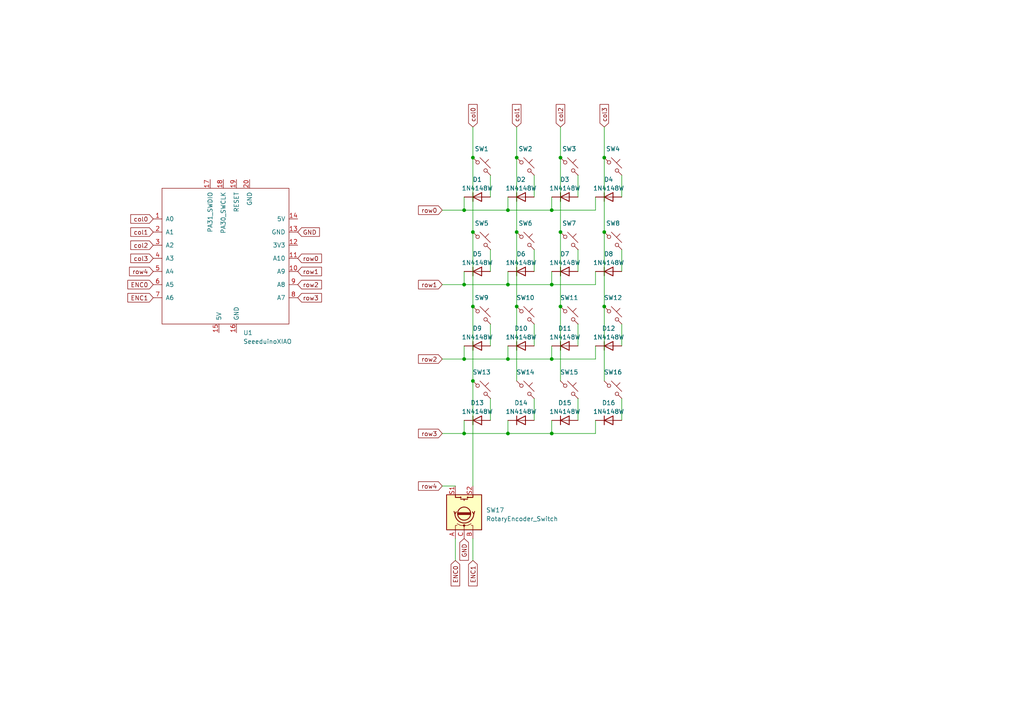
<source format=kicad_sch>
(kicad_sch (version 20230121) (generator eeschema)
  (paper "A4")
  (lib_symbols
    (symbol "Device:RotaryEncoder_Switch" (pin_names (offset 0.254) hide)
      (property "Reference" "SW" (at 0 6.604 0))
      (property "Value" "RotaryEncoder_Switch" (at 0 -6.604 0))
      (symbol "RotaryEncoder_Switch_0_1"
        (rectangle (start -5.08 5.08) (end 5.08 -5.08) (stroke (width 0.254)) (fill (type background)))
        (circle (center -3.81 0) (radius 0.254) (fill (type outline)))
        (circle (center -0.381 0) (radius 1.905) (stroke (width 0.254)))
        (arc (start -0.381 2.667) (mid -3.0988 -0.0635) (end -0.381 -2.794) (stroke (width 0.254)))
        (polyline (pts (xy -0.635 -1.778) (xy -0.635 1.778)) (stroke (width 0.254)))
        (polyline (pts (xy -0.381 -1.778) (xy -0.381 1.778)) (stroke (width 0.254)))
        (polyline (pts (xy -0.127 1.778) (xy -0.127 -1.778)) (stroke (width 0.254)))
        (polyline (pts (xy 3.81 0) (xy 3.429 0)) (stroke (width 0.254)))
        (polyline (pts (xy 3.81 1.016) (xy 3.81 -1.016)) (stroke (width 0.254)))
        (polyline (pts (xy -5.08 -2.54) (xy -3.81 -2.54) (xy -3.81 -2.032)))
        (polyline (pts (xy -5.08 2.54) (xy -3.81 2.54) (xy -3.81 2.032)))
        (polyline (pts (xy 0.254 -3.048) (xy -0.508 -2.794) (xy 0.127 -2.413)) (stroke (width 0.254)))
        (polyline (pts (xy 0.254 2.921) (xy -0.508 2.667) (xy 0.127 2.286)) (stroke (width 0.254)))
        (polyline (pts (xy 5.08 -2.54) (xy 4.318 -2.54) (xy 4.318 -1.016)) (stroke (width 0.254)))
        (polyline (pts (xy 5.08 2.54) (xy 4.318 2.54) (xy 4.318 1.016)) (stroke (width 0.254)))
        (polyline (pts (xy -5.08 0) (xy -3.81 0) (xy -3.81 -1.016) (xy -3.302 -2.032)))
        (polyline (pts (xy -4.318 0) (xy -3.81 0) (xy -3.81 1.016) (xy -3.302 2.032)))
        (circle (center 4.318 -1.016) (radius 0.127) (stroke (width 0.254)))
        (circle (center 4.318 1.016) (radius 0.127) (stroke (width 0.254)))
      )
      (symbol "RotaryEncoder_Switch_1_1"
        (pin passive line (at -7.62 2.54 0) (length 2.54) (name "A") (number "A"))
        (pin passive line (at -7.62 -2.54 0) (length 2.54) (name "B") (number "B"))
        (pin passive line (at -7.62 0 0) (length 2.54) (name "C") (number "C"))
        (pin passive line (at 7.62 2.54 180) (length 2.54) (name "S1") (number "S1"))
        (pin passive line (at 7.62 -2.54 180) (length 2.54) (name "S2") (number "S2"))
      )
    )
    (symbol "Diode:1N4148W" (pin_numbers hide) (pin_names hide)
      (property "Reference" "D" (at 0 2.54 0))
      (property "Value" "1N4148W" (at 0 -2.54 0))
      (symbol "1N4148W_0_1"
        (polyline (pts (xy -1.27 1.27) (xy -1.27 -1.27)) (stroke (width 0.254)))
        (polyline (pts (xy 1.27 0) (xy -1.27 0)))
        (polyline (pts (xy 1.27 1.27) (xy 1.27 -1.27) (xy -1.27 0) (xy 1.27 1.27)) (stroke (width 0.254)))
      )
      (symbol "1N4148W_1_1"
        (pin passive line (at -3.81 0 0) (length 2.54) (name "K") (number "1"))
        (pin passive line (at 3.81 0 180) (length 2.54) (name "A") (number "2"))
      )
    )
    (symbol "Seeeduino XIAO:SeeeduinoXIAO" (pin_names (offset 1.016))
      (property "Reference" "U1" (at 4.4959 -21.59 0))
      (property "Value" "SeeeduinoXIAO" (at 4.4959 -24.13 0))
      (symbol "SeeeduinoXIAO_0_1"
        (rectangle (start -19.05 20.32) (end 17.78 -19.05))
      )
      (symbol "SeeeduinoXIAO_1_1"
        (pin unspecified line (at -21.59 11.43 0) (length 2.54) (name "A0") (number "1"))
        (pin unspecified line (at 20.32 -3.81 180) (length 2.54) (name "A9") (number "10"))
        (pin unspecified line (at 20.32 0 180) (length 2.54) (name "A10") (number "11"))
        (pin unspecified line (at 20.32 3.81 180) (length 2.54) (name "3V3") (number "12"))
        (pin unspecified line (at 20.32 7.62 180) (length 2.54) (name "GND") (number "13"))
        (pin unspecified line (at 20.32 11.43 180) (length 2.54) (name "5V") (number "14"))
        (pin input line (at -2.54 -21.59 90) (length 2.54) (name "5V") (number "15"))
        (pin input line (at 2.54 -21.59 90) (length 2.54) (name "GND") (number "16"))
        (pin input line (at -5.08 22.86 270) (length 2.54) (name "PA31_SWDIO") (number "17"))
        (pin input line (at -1.27 22.86 270) (length 2.54) (name "PA30_SWCLK") (number "18"))
        (pin input line (at 2.54 22.86 270) (length 2.54) (name "RESET") (number "19"))
        (pin unspecified line (at -21.59 7.62 0) (length 2.54) (name "A1") (number "2"))
        (pin input line (at 6.35 22.86 270) (length 2.54) (name "GND") (number "20"))
        (pin unspecified line (at -21.59 3.81 0) (length 2.54) (name "A2") (number "3"))
        (pin unspecified line (at -21.59 0 0) (length 2.54) (name "A3") (number "4"))
        (pin unspecified line (at -21.59 -3.81 0) (length 2.54) (name "A4") (number "5"))
        (pin unspecified line (at -21.59 -7.62 0) (length 2.54) (name "A5") (number "6"))
        (pin unspecified line (at -21.59 -11.43 0) (length 2.54) (name "A6") (number "7"))
        (pin unspecified line (at 20.32 -11.43 180) (length 2.54) (name "A7") (number "8"))
        (pin unspecified line (at 20.32 -7.62 180) (length 2.54) (name "A8") (number "9"))
      )
    )
    (symbol "marbastlib-mx:MX_SW_solder" (pin_numbers hide) (pin_names (offset 1.016) hide)
      (property "Reference" "SW" (at 3.048 1.016 0))
      (property "Value" "MX_SW_solder" (at 0 -3.81 0))
      (symbol "MX_SW_solder_0_1"
        (circle (center -1.1684 1.1684) (radius 0.508))
        (polyline (pts (xy -0.508 2.54) (xy 2.54 -0.508)))
        (polyline (pts (xy 1.016 1.016) (xy 2.032 2.032)))
        (polyline (pts (xy -2.54 2.54) (xy -1.524 1.524) (xy -1.524 1.524)))
        (polyline (pts (xy 1.524 -1.524) (xy 2.54 -2.54) (xy 2.54 -2.54) (xy 2.54 -2.54)))
        (circle (center 1.143 -1.1938) (radius 0.508))
        (pin passive line (at -2.54 2.54 0) (length 0) (name "1") (number "1"))
        (pin passive line (at 2.54 -2.54 180) (length 0) (name "2") (number "2"))
      )
    )
  )
  (junction (at 147.32 82.55))
  (junction (at 137.16 67.31))
  (junction (at 134.62 60.96))
  (junction (at 147.32 60.96))
  (junction (at 160.02 125.73))
  (junction (at 137.16 110.49))
  (junction (at 160.02 104.14))
  (junction (at 149.86 67.31))
  (junction (at 175.26 67.31))
  (junction (at 137.16 88.9))
  (junction (at 162.56 45.72))
  (junction (at 134.62 125.73))
  (junction (at 134.62 104.14))
  (junction (at 162.56 88.9))
  (junction (at 149.86 45.72))
  (junction (at 175.26 88.9))
  (junction (at 149.86 88.9))
  (junction (at 147.32 104.14))
  (junction (at 175.26 45.72))
  (junction (at 160.02 60.96))
  (junction (at 134.62 82.55))
  (junction (at 147.32 125.73))
  (junction (at 137.16 45.72))
  (junction (at 160.02 82.55))
  (junction (at 162.56 67.31))
  (wire (pts (xy 160.02 125.73) (xy 172.72 125.73)))
  (wire (pts (xy 160.02 104.14) (xy 172.72 104.14)))
  (wire (pts (xy 160.02 60.96) (xy 160.02 57.15)))
  (wire (pts (xy 175.26 36.83) (xy 175.26 45.72)))
  (wire (pts (xy 167.64 115.57) (xy 167.64 121.92)))
  (wire (pts (xy 154.94 115.57) (xy 154.94 121.92)))
  (wire (pts (xy 180.34 72.39) (xy 180.34 78.74)))
  (wire (pts (xy 147.32 82.55) (xy 160.02 82.55)))
  (wire (pts (xy 160.02 82.55) (xy 160.02 78.74)))
  (wire (pts (xy 175.26 45.72) (xy 175.26 67.31)))
  (wire (pts (xy 147.32 78.74) (xy 147.32 82.55)))
  (wire (pts (xy 142.24 93.98) (xy 142.24 100.33)))
  (wire (pts (xy 134.62 100.33) (xy 134.62 104.14)))
  (wire (pts (xy 154.94 50.8) (xy 154.94 57.15)))
  (wire (pts (xy 142.24 72.39) (xy 142.24 78.74)))
  (wire (pts (xy 162.56 36.83) (xy 162.56 45.72)))
  (wire (pts (xy 147.32 125.73) (xy 160.02 125.73)))
  (wire (pts (xy 128.27 104.14) (xy 134.62 104.14)))
  (wire (pts (xy 137.16 110.49) (xy 137.16 140.97)))
  (wire (pts (xy 128.27 82.55) (xy 134.62 82.55)))
  (wire (pts (xy 160.02 82.55) (xy 172.72 82.55)))
  (wire (pts (xy 137.16 88.9) (xy 137.16 110.49)))
  (wire (pts (xy 137.16 36.83) (xy 137.16 45.72)))
  (wire (pts (xy 172.72 60.96) (xy 172.72 57.15)))
  (wire (pts (xy 154.94 93.98) (xy 154.94 100.33)))
  (wire (pts (xy 180.34 50.8) (xy 180.34 57.15)))
  (wire (pts (xy 134.62 104.14) (xy 147.32 104.14)))
  (wire (pts (xy 147.32 100.33) (xy 147.32 104.14)))
  (wire (pts (xy 167.64 50.8) (xy 167.64 57.15)))
  (wire (pts (xy 149.86 45.72) (xy 149.86 67.31)))
  (wire (pts (xy 137.16 156.21) (xy 137.16 162.56)))
  (wire (pts (xy 134.62 60.96) (xy 147.32 60.96)))
  (wire (pts (xy 149.86 88.9) (xy 149.86 110.49)))
  (wire (pts (xy 162.56 67.31) (xy 162.56 88.9)))
  (wire (pts (xy 167.64 93.98) (xy 167.64 100.33)))
  (wire (pts (xy 134.62 82.55) (xy 147.32 82.55)))
  (wire (pts (xy 128.27 125.73) (xy 134.62 125.73)))
  (wire (pts (xy 149.86 36.83) (xy 149.86 45.72)))
  (wire (pts (xy 134.62 125.73) (xy 147.32 125.73)))
  (wire (pts (xy 160.02 125.73) (xy 160.02 121.92)))
  (wire (pts (xy 128.27 60.96) (xy 134.62 60.96)))
  (wire (pts (xy 160.02 104.14) (xy 160.02 100.33)))
  (wire (pts (xy 142.24 50.8) (xy 142.24 57.15)))
  (wire (pts (xy 132.08 156.21) (xy 132.08 162.56)))
  (wire (pts (xy 137.16 45.72) (xy 137.16 67.31)))
  (wire (pts (xy 134.62 78.74) (xy 134.62 82.55)))
  (wire (pts (xy 147.32 104.14) (xy 160.02 104.14)))
  (wire (pts (xy 175.26 67.31) (xy 175.26 88.9)))
  (wire (pts (xy 147.32 121.92) (xy 147.32 125.73)))
  (wire (pts (xy 137.16 67.31) (xy 137.16 88.9)))
  (wire (pts (xy 149.86 67.31) (xy 149.86 88.9)))
  (wire (pts (xy 172.72 82.55) (xy 172.72 78.74)))
  (wire (pts (xy 147.32 57.15) (xy 147.32 60.96)))
  (wire (pts (xy 162.56 88.9) (xy 162.56 110.49)))
  (wire (pts (xy 180.34 93.98) (xy 180.34 100.33)))
  (wire (pts (xy 128.27 140.97) (xy 132.08 140.97)))
  (wire (pts (xy 175.26 88.9) (xy 175.26 110.49)))
  (wire (pts (xy 167.64 72.39) (xy 167.64 78.74)))
  (wire (pts (xy 160.02 60.96) (xy 172.72 60.96)))
  (wire (pts (xy 147.32 60.96) (xy 160.02 60.96)))
  (wire (pts (xy 142.24 115.57) (xy 142.24 121.92)))
  (wire (pts (xy 180.34 115.57) (xy 180.34 121.92)))
  (wire (pts (xy 134.62 121.92) (xy 134.62 125.73)))
  (wire (pts (xy 154.94 72.39) (xy 154.94 78.74)))
  (wire (pts (xy 134.62 60.96) (xy 134.62 57.15)))
  (wire (pts (xy 172.72 104.14) (xy 172.72 100.33)))
  (wire (pts (xy 162.56 45.72) (xy 162.56 67.31)))
  (wire (pts (xy 172.72 125.73) (xy 172.72 121.92)))
  (global_label "row1" (shape input) (at 86.36 78.74 0) (property "Intersheetrefs" "${INTERSHEET_REFS}" (effects hide)))
  (global_label "row4" (shape input) (at 128.27 140.97 180) (property "Intersheetrefs" "${INTERSHEET_REFS}" (effects hide)))
  (global_label "col1" (shape input) (at 149.86 36.83 90) (property "Intersheetrefs" "${INTERSHEET_REFS}" (effects hide)))
  (global_label "ENC0" (shape input) (at 44.45 82.55 180) (property "Intersheetrefs" "${INTERSHEET_REFS}" (effects hide)))
  (global_label "ENC0" (shape input) (at 132.08 162.56 270) (property "Intersheetrefs" "${INTERSHEET_REFS}" (effects hide)))
  (global_label "GND" (shape input) (at 86.36 67.31 0) (property "Intersheetrefs" "${INTERSHEET_REFS}" (effects hide)))
  (global_label "col3" (shape input) (at 175.26 36.83 90) (property "Intersheetrefs" "${INTERSHEET_REFS}" (effects hide)))
  (global_label "ENC1" (shape input) (at 137.16 162.56 270) (property "Intersheetrefs" "${INTERSHEET_REFS}" (effects hide)))
  (global_label "col0" (shape input) (at 44.45 63.5 180) (property "Intersheetrefs" "${INTERSHEET_REFS}" (effects hide)))
  (global_label "row3" (shape input) (at 86.36 86.36 0) (property "Intersheetrefs" "${INTERSHEET_REFS}" (effects hide)))
  (global_label "col1" (shape input) (at 44.45 67.31 180) (property "Intersheetrefs" "${INTERSHEET_REFS}" (effects hide)))
  (global_label "col2" (shape input) (at 162.56 36.83 90) (property "Intersheetrefs" "${INTERSHEET_REFS}" (effects hide)))
  (global_label "row4" (shape input) (at 44.45 78.74 180) (property "Intersheetrefs" "${INTERSHEET_REFS}" (effects hide)))
  (global_label "col3" (shape input) (at 44.45 74.93 180) (property "Intersheetrefs" "${INTERSHEET_REFS}" (effects hide)))
  (global_label "col2" (shape input) (at 44.45 71.12 180) (property "Intersheetrefs" "${INTERSHEET_REFS}" (effects hide)))
  (global_label "row3" (shape input) (at 128.27 125.73 180) (property "Intersheetrefs" "${INTERSHEET_REFS}" (effects hide)))
  (global_label "row0" (shape input) (at 86.36 74.93 0) (property "Intersheetrefs" "${INTERSHEET_REFS}" (effects hide)))
  (global_label "GND" (shape input) (at 134.62 156.21 270) (property "Intersheetrefs" "${INTERSHEET_REFS}" (effects hide)))
  (global_label "row0" (shape input) (at 128.27 60.96 180) (property "Intersheetrefs" "${INTERSHEET_REFS}" (effects hide)))
  (global_label "row2" (shape input) (at 128.27 104.14 180) (property "Intersheetrefs" "${INTERSHEET_REFS}" (effects hide)))
  (global_label "row2" (shape input) (at 86.36 82.55 0) (property "Intersheetrefs" "${INTERSHEET_REFS}" (effects hide)))
  (global_label "col0" (shape input) (at 137.16 36.83 90) (property "Intersheetrefs" "${INTERSHEET_REFS}" (effects hide)))
  (global_label "row1" (shape input) (at 128.27 82.55 180) (property "Intersheetrefs" "${INTERSHEET_REFS}" (effects hide)))
  (global_label "ENC1" (shape input) (at 44.45 86.36 180) (property "Intersheetrefs" "${INTERSHEET_REFS}" (effects hide)))
  (symbol (lib_id "Diode:1N4148W") (at 163.83 121.92 0) (unit 1)
    (property "Reference" "D15" (at 163.83 116.84 0))
    (property "Value" "1N4148W" (at 163.83 119.38 0))
    (property "Footprint" "TK44:D_SOD-123" (effects hide))
    (property "Datasheet" "https://www.vishay.com/docs/85748/1n4148w.pdf" (effects hide))
    (property "Sim.Device" "D" (effects hide))
    (property "Sim.Pins" "1=K 2=A" (effects hide))
  )
  (symbol (lib_id "marbastlib-mx:MX_SW_solder") (at 152.4 113.03 0) (unit 1)
    (property "Reference" "SW14" (at 152.4 107.95 0))
    (property "Value" "MX" (effects hide))
    (property "Footprint" "Keebio-Parts.pretty-master:MX-Alps-Choc-1U-NoLED-Alt" (effects hide))
  )
  (symbol (lib_id "Diode:1N4148W") (at 138.43 100.33 0) (unit 1)
    (property "Reference" "D9" (at 138.43 95.25 0))
    (property "Value" "1N4148W" (at 138.43 97.79 0))
    (property "Footprint" "TK44:D_SOD-123" (effects hide))
    (property "Datasheet" "https://www.vishay.com/docs/85748/1n4148w.pdf" (effects hide))
    (property "Sim.Device" "D" (effects hide))
    (property "Sim.Pins" "1=K 2=A" (effects hide))
  )
  (symbol (lib_id "marbastlib-mx:MX_SW_solder") (at 165.1 91.44 0) (unit 1)
    (property "Reference" "SW11" (at 165.1 86.36 0))
    (property "Value" "MX" (effects hide))
    (property "Footprint" "Keebio-Parts.pretty-master:MX-Alps-Choc-1U-NoLED-Alt" (effects hide))
  )
  (symbol (lib_id "Device:RotaryEncoder_Switch") (at 134.62 148.59 90) (unit 1)
    (property "Reference" "SW17" (at 140.97 147.955 90) (effects (justify right)))
    (property "Value" "RotaryEncoder_Switch" (at 140.97 150.495 90) (effects (justify right)))
    (property "Footprint" "Keebio-Parts.pretty-master:RotaryEncoder_EC11" (effects hide))
  )
  (symbol (lib_id "Diode:1N4148W") (at 151.13 78.74 0) (unit 1)
    (property "Reference" "D6" (at 151.13 73.66 0))
    (property "Value" "1N4148W" (at 151.13 76.2 0))
    (property "Footprint" "TK44:D_SOD-123" (effects hide))
    (property "Datasheet" "https://www.vishay.com/docs/85748/1n4148w.pdf" (effects hide))
    (property "Sim.Device" "D" (effects hide))
    (property "Sim.Pins" "1=K 2=A" (effects hide))
  )
  (symbol (lib_id "marbastlib-mx:MX_SW_solder") (at 152.4 69.85 0) (unit 1)
    (property "Reference" "SW6" (at 152.4 64.77 0))
    (property "Value" "MX" (effects hide))
    (property "Footprint" "Keebio-Parts.pretty-master:MX-Alps-Choc-1U-NoLED-Alt" (effects hide))
  )
  (symbol (lib_id "Diode:1N4148W") (at 151.13 100.33 0) (unit 1)
    (property "Reference" "D10" (at 151.13 95.25 0))
    (property "Value" "1N4148W" (at 151.13 97.79 0))
    (property "Footprint" "TK44:D_SOD-123" (effects hide))
    (property "Datasheet" "https://www.vishay.com/docs/85748/1n4148w.pdf" (effects hide))
    (property "Sim.Device" "D" (effects hide))
    (property "Sim.Pins" "1=K 2=A" (effects hide))
  )
  (symbol (lib_id "Diode:1N4148W") (at 176.53 57.15 0) (unit 1)
    (property "Reference" "D4" (at 176.53 52.07 0))
    (property "Value" "1N4148W" (at 176.53 54.61 0))
    (property "Footprint" "TK44:D_SOD-123" (effects hide))
    (property "Datasheet" "https://www.vishay.com/docs/85748/1n4148w.pdf" (effects hide))
    (property "Sim.Device" "D" (effects hide))
    (property "Sim.Pins" "1=K 2=A" (effects hide))
  )
  (symbol (lib_id "Diode:1N4148W") (at 176.53 100.33 0) (unit 1)
    (property "Reference" "D12" (at 176.53 95.25 0))
    (property "Value" "1N4148W" (at 176.53 97.79 0))
    (property "Footprint" "TK44:D_SOD-123" (effects hide))
    (property "Datasheet" "https://www.vishay.com/docs/85748/1n4148w.pdf" (effects hide))
    (property "Sim.Device" "D" (effects hide))
    (property "Sim.Pins" "1=K 2=A" (effects hide))
  )
  (symbol (lib_id "marbastlib-mx:MX_SW_solder") (at 177.8 113.03 0) (unit 1)
    (property "Reference" "SW16" (at 177.8 107.95 0))
    (property "Value" "MX" (effects hide))
    (property "Footprint" "Keebio-Parts.pretty-master:MX-Alps-Choc-1U-NoLED-Alt" (effects hide))
  )
  (symbol (lib_id "Diode:1N4148W") (at 176.53 78.74 0) (unit 1)
    (property "Reference" "D8" (at 176.53 73.66 0))
    (property "Value" "1N4148W" (at 176.53 76.2 0))
    (property "Footprint" "TK44:D_SOD-123" (effects hide))
    (property "Datasheet" "https://www.vishay.com/docs/85748/1n4148w.pdf" (effects hide))
    (property "Sim.Device" "D" (effects hide))
    (property "Sim.Pins" "1=K 2=A" (effects hide))
  )
  (symbol (lib_id "marbastlib-mx:MX_SW_solder") (at 177.8 69.85 0) (unit 1)
    (property "Reference" "SW8" (at 177.8 64.77 0))
    (property "Value" "MX" (effects hide))
    (property "Footprint" "Keebio-Parts.pretty-master:MX-Alps-Choc-1U-NoLED-Alt" (effects hide))
  )
  (symbol (lib_id "marbastlib-mx:MX_SW_solder") (at 139.7 113.03 0) (unit 1)
    (property "Reference" "SW13" (at 139.7 107.95 0))
    (property "Value" "MX" (effects hide))
    (property "Footprint" "Keebio-Parts.pretty-master:MX-Alps-Choc-1U-NoLED-Alt" (effects hide))
  )
  (symbol (lib_id "Diode:1N4148W") (at 163.83 100.33 0) (unit 1)
    (property "Reference" "D11" (at 163.83 95.25 0))
    (property "Value" "1N4148W" (at 163.83 97.79 0))
    (property "Footprint" "TK44:D_SOD-123" (effects hide))
    (property "Datasheet" "https://www.vishay.com/docs/85748/1n4148w.pdf" (effects hide))
    (property "Sim.Device" "D" (effects hide))
    (property "Sim.Pins" "1=K 2=A" (effects hide))
  )
  (symbol (lib_id "marbastlib-mx:MX_SW_solder") (at 139.7 91.44 0) (unit 1)
    (property "Reference" "SW9" (at 139.7 86.36 0))
    (property "Value" "MX" (effects hide))
    (property "Footprint" "Keebio-Parts.pretty-master:MX-Alps-Choc-1U-NoLED-Alt" (effects hide))
  )
  (symbol (lib_id "Diode:1N4148W") (at 138.43 57.15 0) (unit 1)
    (property "Reference" "D1" (at 138.43 52.07 0))
    (property "Value" "1N4148W" (at 138.43 54.61 0))
    (property "Footprint" "TK44:D_SOD-123" (effects hide))
    (property "Datasheet" "https://www.vishay.com/docs/85748/1n4148w.pdf" (effects hide))
    (property "Sim.Device" "D" (effects hide))
    (property "Sim.Pins" "1=K 2=A" (effects hide))
  )
  (symbol (lib_id "marbastlib-mx:MX_SW_solder") (at 165.1 113.03 0) (unit 1)
    (property "Reference" "SW15" (at 165.1 107.95 0))
    (property "Value" "MX" (effects hide))
    (property "Footprint" "Keebio-Parts.pretty-master:MX-Alps-Choc-1U-NoLED-Alt" (effects hide))
  )
  (symbol (lib_id "Diode:1N4148W") (at 151.13 121.92 0) (unit 1)
    (property "Reference" "D14" (at 151.13 116.84 0))
    (property "Value" "1N4148W" (at 151.13 119.38 0))
    (property "Footprint" "TK44:D_SOD-123" (effects hide))
    (property "Datasheet" "https://www.vishay.com/docs/85748/1n4148w.pdf" (effects hide))
    (property "Sim.Device" "D" (effects hide))
    (property "Sim.Pins" "1=K 2=A" (effects hide))
  )
  (symbol (lib_id "Seeeduino XIAO:SeeeduinoXIAO") (at 66.04 74.93 0) (unit 1)
    (property "Reference" "U1" (at 70.5359 96.52 0) (effects (justify left)))
    (property "Value" "SeeeduinoXIAO" (at 70.5359 99.06 0) (effects (justify left)))
    (property "Footprint" "Seeeduino XIAO KICAD:Seeeduino XIAO-MOUDLE14P-2.54-21X17.8MM" (effects hide))
  )
  (symbol (lib_id "Diode:1N4148W") (at 151.13 57.15 0) (unit 1)
    (property "Reference" "D2" (at 151.13 52.07 0))
    (property "Value" "1N4148W" (at 151.13 54.61 0))
    (property "Footprint" "TK44:D_SOD-123" (effects hide))
    (property "Datasheet" "https://www.vishay.com/docs/85748/1n4148w.pdf" (effects hide))
    (property "Sim.Device" "D" (effects hide))
    (property "Sim.Pins" "1=K 2=A" (effects hide))
  )
  (symbol (lib_id "Diode:1N4148W") (at 138.43 121.92 0) (mirror x) (unit 1)
    (property "Reference" "D13" (at 138.43 116.84 0))
    (property "Value" "1N4148W" (at 138.43 119.38 0))
    (property "Footprint" "TK44:D_SOD-123" (effects hide))
    (property "Datasheet" "https://www.vishay.com/docs/85748/1n4148w.pdf" (effects hide))
    (property "Sim.Device" "D" (effects hide))
    (property "Sim.Pins" "1=K 2=A" (effects hide))
  )
  (symbol (lib_id "Diode:1N4148W") (at 163.83 57.15 0) (unit 1)
    (property "Reference" "D3" (at 163.83 52.07 0))
    (property "Value" "1N4148W" (at 163.83 54.61 0))
    (property "Footprint" "TK44:D_SOD-123" (effects hide))
    (property "Datasheet" "https://www.vishay.com/docs/85748/1n4148w.pdf" (effects hide))
    (property "Sim.Device" "D" (effects hide))
    (property "Sim.Pins" "1=K 2=A" (effects hide))
  )
  (symbol (lib_id "marbastlib-mx:MX_SW_solder") (at 165.1 69.85 0) (unit 1)
    (property "Reference" "SW7" (at 165.1 64.77 0))
    (property "Value" "MX" (effects hide))
    (property "Footprint" "Keebio-Parts.pretty-master:MX-Alps-Choc-1U-NoLED-Alt" (effects hide))
  )
  (symbol (lib_id "marbastlib-mx:MX_SW_solder") (at 165.1 48.26 0) (unit 1)
    (property "Reference" "SW3" (at 165.1 43.18 0))
    (property "Value" "MX" (effects hide))
    (property "Footprint" "Keebio-Parts.pretty-master:MX-Alps-Choc-1U-NoLED-Alt" (effects hide))
  )
  (symbol (lib_id "Diode:1N4148W") (at 163.83 78.74 0) (unit 1)
    (property "Reference" "D7" (at 163.83 73.66 0))
    (property "Value" "1N4148W" (at 163.83 76.2 0))
    (property "Footprint" "TK44:D_SOD-123" (effects hide))
    (property "Datasheet" "https://www.vishay.com/docs/85748/1n4148w.pdf" (effects hide))
    (property "Sim.Device" "D" (effects hide))
    (property "Sim.Pins" "1=K 2=A" (effects hide))
  )
  (symbol (lib_id "marbastlib-mx:MX_SW_solder") (at 177.8 48.26 0) (unit 1)
    (property "Reference" "SW4" (at 177.8 43.18 0))
    (property "Value" "MX" (effects hide))
    (property "Footprint" "Keebio-Parts.pretty-master:MX-Alps-Choc-1U-NoLED-Alt" (effects hide))
  )
  (symbol (lib_id "marbastlib-mx:MX_SW_solder") (at 139.7 48.26 0) (unit 1)
    (property "Reference" "SW1" (at 139.7 43.18 0))
    (property "Value" "MX" (effects hide))
    (property "Footprint" "Keebio-Parts.pretty-master:MX-Alps-Choc-1U-NoLED-Alt" (effects hide))
  )
  (symbol (lib_id "marbastlib-mx:MX_SW_solder") (at 139.7 69.85 0) (unit 1)
    (property "Reference" "SW5" (at 139.7 64.77 0))
    (property "Value" "MX" (effects hide))
    (property "Footprint" "Keebio-Parts.pretty-master:MX-Alps-Choc-1U-NoLED-Alt" (effects hide))
  )
  (symbol (lib_id "Diode:1N4148W") (at 138.43 78.74 0) (unit 1)
    (property "Reference" "D5" (at 138.43 73.66 0))
    (property "Value" "1N4148W" (at 138.43 76.2 0))
    (property "Footprint" "TK44:D_SOD-123" (effects hide))
    (property "Datasheet" "https://www.vishay.com/docs/85748/1n4148w.pdf" (effects hide))
    (property "Sim.Device" "D" (effects hide))
    (property "Sim.Pins" "1=K 2=A" (effects hide))
  )
  (symbol (lib_id "marbastlib-mx:MX_SW_solder") (at 177.8 91.44 0) (unit 1)
    (property "Reference" "SW12" (at 177.8 86.36 0))
    (property "Value" "MX" (effects hide))
    (property "Footprint" "Keebio-Parts.pretty-master:MX-Alps-Choc-1U-NoLED-Alt" (effects hide))
  )
  (symbol (lib_id "marbastlib-mx:MX_SW_solder") (at 152.4 48.26 0) (unit 1)
    (property "Reference" "SW2" (at 152.4 43.18 0))
    (property "Value" "MX" (effects hide))
    (property "Footprint" "Keebio-Parts.pretty-master:MX-Alps-Choc-1U-NoLED-Alt" (effects hide))
  )
  (symbol (lib_id "marbastlib-mx:MX_SW_solder") (at 152.4 91.44 0) (unit 1)
    (property "Reference" "SW10" (at 152.4 86.36 0))
    (property "Value" "MX" (effects hide))
    (property "Footprint" "Keebio-Parts.pretty-master:MX-Alps-Choc-1U-NoLED-Alt" (effects hide))
  )
  (symbol (lib_id "Diode:1N4148W") (at 176.53 121.92 0) (unit 1)
    (property "Reference" "D16" (at 176.53 116.84 0))
    (property "Value" "1N4148W" (at 176.53 119.38 0))
    (property "Footprint" "TK44:D_SOD-123" (effects hide))
    (property "Datasheet" "https://www.vishay.com/docs/85748/1n4148w.pdf" (effects hide))
    (property "Sim.Device" "D" (effects hide))
    (property "Sim.Pins" "1=K 2=A" (effects hide))
  )
)
</source>
